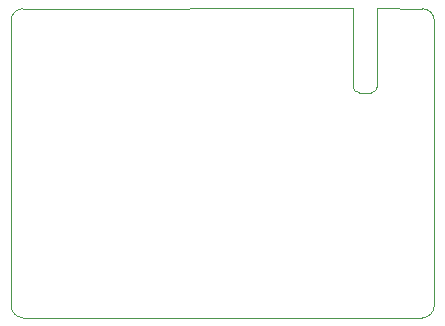
<source format=gbr>
%TF.GenerationSoftware,KiCad,Pcbnew,9.0.6-rc1*%
%TF.CreationDate,2025-12-07T23:50:49+09:00*%
%TF.ProjectId,tp4056,74703430-3536-42e6-9b69-6361645f7063,rev?*%
%TF.SameCoordinates,Original*%
%TF.FileFunction,Profile,NP*%
%FSLAX46Y46*%
G04 Gerber Fmt 4.6, Leading zero omitted, Abs format (unit mm)*
G04 Created by KiCad (PCBNEW 9.0.6-rc1) date 2025-12-07 23:50:49*
%MOMM*%
%LPD*%
G01*
G04 APERTURE LIST*
%TA.AperFunction,Profile*%
%ADD10C,0.100000*%
%TD*%
G04 APERTURE END LIST*
D10*
X166116000Y-82280000D02*
X166116000Y-106442000D01*
X165116000Y-107442000D02*
X131302000Y-107442000D01*
X160790000Y-88384000D02*
X159758000Y-88384000D01*
X161290000Y-81264000D02*
X165116000Y-81280000D01*
X166116000Y-106442000D02*
G75*
G02*
X165116000Y-107442000I-1000000J0D01*
G01*
X159258000Y-87884000D02*
X159258000Y-81264000D01*
X131302000Y-81280000D02*
X159258000Y-81264000D01*
X161290000Y-87884000D02*
G75*
G02*
X160790000Y-88384000I-500000J0D01*
G01*
X131302000Y-107442000D02*
G75*
G02*
X130302000Y-106442000I0J1000000D01*
G01*
X161290000Y-81264000D02*
X161290000Y-87884000D01*
X159758000Y-88384000D02*
G75*
G02*
X159258000Y-87884000I0J500000D01*
G01*
X130302000Y-82280000D02*
G75*
G02*
X131302000Y-81280000I1000000J0D01*
G01*
X130302000Y-106442000D02*
X130302000Y-82280000D01*
X165116000Y-81280000D02*
G75*
G02*
X166116000Y-82280000I0J-1000000D01*
G01*
M02*

</source>
